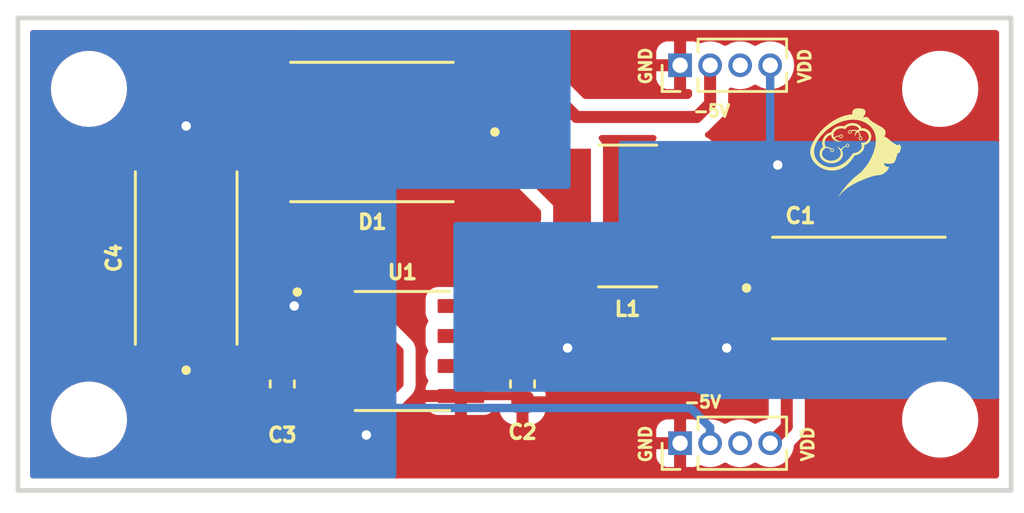
<source format=kicad_pcb>
(kicad_pcb (version 20211014) (generator pcbnew)
  (layers (0 "F.Cu" signal) (31 "B.Cu" signal) (34 "B.Paste" user) (35 "F.Paste" user) (36 "B.SilkS" user "B.Silkscreen") (37 "F.SilkS" user "F.Silkscreen") (38 "B.Mask" user) (39 "F.Mask" user) (44 "Edge.Cuts" user))
  (net 0 "")
  (net 1 "VDD")
  (net 2 "GND")
  (net 3 "/FB{slash}REF")
  (net 4 "-5V")
  (net 5 "/LX")
  (footprint "MountingHole:MountingHole_2.2mm_M2" (layer "F.Cu") (at 39 3)
    (fp_text reference "H4" hide)
    (fp_text value "MountingHole" hide)
    (pad "" np_thru_hole circle locked (at 0 0) (size 2.2 2.2) (drill 2.2) (layers *.Cu *.Mask))
  )
  (footprint "Capacitor_SMD:C_0603_1608Metric" (layer "F.Cu") (at 21.336 15.494 -90)
    (fp_text reference "C2" (at 2.032 0 180) (layer "F.SilkS") (effects (font (size 0.6 0.6))))
    (fp_text value "0.1uF" hide)
    (pad "1" smd roundrect locked (at -0.775 0 270) (size 0.9 0.95) (layers "F.Cu" "F.Paste" "F.Mask") (net 1 "VDD"))
    (pad "2" smd roundrect locked (at 0.775 0 270) (size 0.9 0.95) (layers "F.Cu" "F.Paste" "F.Mask") (net 2 "GND"))
  )
  (footprint "MountingHole:MountingHole_2.2mm_M2" (layer "F.Cu") (at 39 17)
    (fp_text reference "H2" hide)
    (fp_text value "MountingHole" hide)
    (pad "" np_thru_hole circle locked (at 0 0) (size 2.2 2.2) (drill 2.2) (layers *.Cu *.Mask))
  )
  (footprint "20TQC100MYF:CAP_20TQC100MYF" (layer "F.Cu") (at 35.56 11.43)
    (fp_text reference "C1" (at -2.468 -3.0564) (layer "F.SilkS") (effects (font (size 0.64 0.64))))
    (fp_text value "100uF" hide)
    (pad "1" smd rect locked (at -3.05 0) (size 2.4 2.9) (layers "F.Cu" "F.Paste" "F.Mask") (net 1 "VDD"))
    (pad "2" smd rect locked (at 3.05 0) (size 2.4 2.9) (layers "F.Cu" "F.Paste" "F.Mask") (net 2 "GND"))
  )
  (footprint "MAX764ESA_:SOIC127P600X175-8N" (layer "F.Cu") (at 16.256 14.097)
    (fp_text reference "U1" (at 0 -3.332) (layer "F.SilkS") (effects (font (size 0.6 0.6))))
    (fp_text value "MAX764ESA+" hide)
    (pad "1" smd roundrect locked (at -2.475 -1.905) (size 1.97 0.59) (layers "F.Cu" "F.Paste" "F.Mask") (roundrect_rratio 0.07) (net 4 "-5V"))
    (pad "2" smd roundrect locked (at -2.475 -0.635) (size 1.97 0.59) (layers "F.Cu" "F.Paste" "F.Mask") (roundrect_rratio 0.07) (net 3 "/FB{slash}REF"))
    (pad "3" smd roundrect locked (at -2.475 0.635) (size 1.97 0.59) (layers "F.Cu" "F.Paste" "F.Mask") (roundrect_rratio 0.07) (net 2 "GND"))
    (pad "4" smd roundrect locked (at -2.475 1.905) (size 1.97 0.59) (layers "F.Cu" "F.Paste" "F.Mask") (roundrect_rratio 0.07) (net 3 "/FB{slash}REF"))
    (pad "5" smd roundrect locked (at 2.475 1.905) (size 1.97 0.59) (layers "F.Cu" "F.Paste" "F.Mask") (roundrect_rratio 0.07) (net 2 "GND"))
    (pad "6" smd roundrect locked (at 2.475 0.635) (size 1.97 0.59) (layers "F.Cu" "F.Paste" "F.Mask") (roundrect_rratio 0.07) (net 1 "VDD"))
    (pad "7" smd roundrect locked (at 2.475 -0.635) (size 1.97 0.59) (layers "F.Cu" "F.Paste" "F.Mask") (roundrect_rratio 0.07) (net 1 "VDD"))
    (pad "8" smd roundrect locked (at 2.475 -1.905) (size 1.97 0.59) (layers "F.Cu" "F.Paste" "F.Mask") (roundrect_rratio 0.07) (net 5 "/LX"))
  )
  (footprint "NRS6028T470M:IND_NRS6028T470M" (layer "F.Cu") (at 25.781 8.382)
    (fp_text reference "L1" (at 0 3.937) (layer "F.SilkS") (effects (font (size 0.6 0.6))))
    (fp_text value "47uH" hide)
    (pad "1" smd rect locked (at -2.35 0) (size 1.6 5.7) (layers "F.Cu" "F.Paste" "F.Mask") (net 5 "/LX"))
    (pad "2" smd rect locked (at 2.35 0) (size 1.6 5.7) (layers "F.Cu" "F.Paste" "F.Mask") (net 2 "GND"))
  )
  (footprint "Connector_PinHeader_1.27mm:PinHeader_1x04_P1.27mm_Vertical" (layer "F.Cu") (at 28 2 90)
    (fp_text reference "J2" hide)
    (fp_text value "Conn_01x04_Female" hide)
    (pad "1" thru_hole rect locked (at 0 0 90) (size 1 1) (drill 0.65) (layers *.Cu *.Mask) (net 2 "GND"))
    (pad "2" thru_hole oval locked (at 0 1.27 90) (size 1 1) (drill 0.65) (layers *.Cu *.Mask) (net 4 "-5V"))
    (pad "3" thru_hole oval locked (at 0 2.54 90) (size 1 1) (drill 0.65) (layers *.Cu *.Mask))
    (pad "4" thru_hole oval locked (at 0 3.81 90) (size 1 1) (drill 0.65) (layers *.Cu *.Mask) (net 1 "VDD"))
  )
  (footprint "LOGO" (layer "F.Cu") (at 35.433 5.715)
    (fp_text reference "G***" hide)
    (fp_text value "LOGO" hide)
  )
  (footprint "MountingHole:MountingHole_2.2mm_M2" (layer "F.Cu") (at 3 3)
    (fp_text reference "H3" hide)
    (fp_text value "MountingHole" hide)
    (pad "" np_thru_hole circle locked (at 0 0) (size 2.2 2.2) (drill 2.2) (layers *.Cu *.Mask))
  )
  (footprint "MountingHole:MountingHole_2.2mm_M2" (layer "F.Cu") (at 3 17)
    (fp_text reference "H1" hide)
    (fp_text value "MountingHole" hide)
    (pad "" np_thru_hole circle locked (at 0 0) (size 2.2 2.2) (drill 2.2) (layers *.Cu *.Mask))
  )
  (footprint "20TQC100MYF:CAP_20TQC100MYF" (layer "F.Cu") (at 7.112 10.16 90)
    (fp_text reference "C4" (at 0 -3.0564 90) (layer "F.SilkS") (effects (font (size 0.6 0.6))))
    (fp_text value "68uF" hide)
    (pad "1" smd rect locked (at -3.05 0 90) (size 2.4 2.9) (layers "F.Cu" "F.Paste" "F.Mask") (net 2 "GND"))
    (pad "2" smd rect locked (at 3.05 0 90) (size 2.4 2.9) (layers "F.Cu" "F.Paste" "F.Mask") (net 4 "-5V"))
  )
  (footprint "Connector_PinHeader_1.27mm:PinHeader_1x04_P1.27mm_Vertical" (layer "F.Cu") (at 28 18 90)
    (fp_text reference "J1" hide)
    (fp_text value "Conn_01x04_Female" hide)
    (pad "1" thru_hole rect locked (at 0 0 90) (size 1 1) (drill 0.65) (layers *.Cu *.Mask) (net 2 "GND"))
    (pad "2" thru_hole oval locked (at 0 1.27 90) (size 1 1) (drill 0.65) (layers *.Cu *.Mask) (net 4 "-5V"))
    (pad "3" thru_hole oval locked (at 0 2.54 90) (size 1 1) (drill 0.65) (layers *.Cu *.Mask))
    (pad "4" thru_hole oval locked (at 0 3.81 90) (size 1 1) (drill 0.65) (layers *.Cu *.Mask) (net 1 "VDD"))
  )
  (footprint "MBRS330T3G:DIOM7959X261N" (layer "F.Cu") (at 14.9675 4.826 180)
    (fp_text reference "D1" (at -0.0185 -3.81 180) (layer "F.SilkS") (effects (font (size 0.6 0.6))))
    (fp_text value "MBRS330T3G" hide)
    (pad "A" smd rect (at 3.455 0 180) (size 2.25 3.12) (layers "F.Cu" "F.Paste" "F.Mask") (net 4 "-5V"))
    (pad "C" smd rect (at -3.455 0 180) (size 2.25 3.12) (layers "F.Cu" "F.Paste" "F.Mask") (net 5 "/LX"))
  )
  (footprint "Capacitor_SMD:C_0603_1608Metric" (layer "F.Cu") (at 11.176 15.494 90)
    (fp_text reference "C3" (at -2.159 0 180) (layer "F.SilkS") (effects (font (size 0.6 0.6))))
    (fp_text value "0.1uF" hide)
    (pad "1" smd roundrect locked (at -0.775 0 90) (size 0.9 0.95) (layers "F.Cu" "F.Paste" "F.Mask") (net 3 "/FB{slash}REF"))
    (pad "2" smd roundrect locked (at 0.775 0 90) (size 0.9 0.95) (layers "F.Cu" "F.Paste" "F.Mask") (net 2 "GND"))
  )
  (gr_rect (start 0 0) (end 42 20) (layer "Edge.Cuts") (width 0.2) (fill none))
  (gr_text "GND" (at 26.543 2.032 90) (layer "F.SilkS") (effects (font (size 0.5 0.5) (thickness 0.125))))
  (gr_text "VDD\n" (at 33.274 2.032 90) (layer "F.SilkS") (effects (font (size 0.5 0.5) (thickness 0.125))))
  (gr_text "-5V" (at 28.956 16.256) (layer "F.SilkS") (effects (font (size 0.5 0.5) (thickness 0.125))))
  (gr_text "-5V" (at 29.337 3.937) (layer "F.SilkS") (effects (font (size 0.5 0.5) (thickness 0.125))))
  (gr_text "VDD\n" (at 33.401 18.034 90) (layer "F.SilkS") (effects (font (size 0.5 0.5) (thickness 0.125))))
  (gr_text "GND" (at 26.543 18.034 90) (layer "F.SilkS") (effects (font (size 0.5 0.5) (thickness 0.125))))
  (segment (start 32.512 11.432) (end 32.512 17.298) (width 0.508) (layer "F.Cu") (net 1))
  (segment (start 29.972 13.97) (end 29.972 13.968) (width 0.508) (layer "F.Cu") (net 1))
  (segment (start 21.336 14.719) (end 22.492 14.719) (width 0.3556) (layer "F.Cu") (net 1))
  (segment (start 18.731 14.732) (end 18.731 13.462) (width 0.508) (layer "F.Cu") (net 1))
  (segment (start 22.733 14.478) (end 23.241 13.97) (width 0.3556) (layer "F.Cu") (net 1))
  (segment (start 18.731 14.732) (end 21.323 14.732) (width 0.508) (layer "F.Cu") (net 1))
  (segment (start 32.512 17.298) (end 31.81 18) (width 0.508) (layer "F.Cu") (net 1))
  (segment (start 32.51 11.43) (end 32.512 11.432) (width 0.508) (layer "F.Cu") (net 1))
  (segment (start 29.972 13.968) (end 32.51 11.43) (width 0.3556) (layer "F.Cu") (net 1))
  (segment (start 22.492 14.719) (end 22.733 14.478) (width 0.3556) (layer "F.Cu") (net 1))
  (via blind (at 32.131 6.223) (size 0.8) (drill 0.4) (layers "F.Cu" "B.Cu") (net 1))
  (via blind (at 23.241 13.97) (size 0.8) (drill 0.4) (layers "F.Cu" "B.Cu") (net 1))
  (via blind (at 29.972 13.97) (size 0.8) (drill 0.4) (layers "F.Cu" "B.Cu") (net 1))
  (segment (start 31.81 5.902) (end 32.131 6.223) (width 0.3556) (layer "B.Cu") (net 1))
  (segment (start 31.81 2) (end 31.81 5.902) (width 0.3556) (layer "B.Cu") (net 1))
  (segment (start 21.069 16.002) (end 21.336 16.269) (width 0.3556) (layer "F.Cu") (net 2))
  (segment (start 9.667 13.21) (end 11.176 14.719) (width 0.508) (layer "F.Cu") (net 2))
  (segment (start 7.112 13.21) (end 9.667 13.21) (width 0.508) (layer "F.Cu") (net 2))
  (segment (start 11.189 14.732) (end 11.176 14.719) (width 0.3556) (layer "F.Cu") (net 2))
  (segment (start 18.731 16.002) (end 21.069 16.002) (width 0.3556) (layer "F.Cu") (net 2))
  (segment (start 35.562 8.382) (end 38.61 11.43) (width 0.508) (layer "F.Cu") (net 2))
  (segment (start 28.131 8.382) (end 35.562 8.382) (width 0.508) (layer "F.Cu") (net 2))
  (segment (start 13.781 14.732) (end 11.189 14.732) (width 0.3556) (layer "F.Cu") (net 2))
  (segment (start 15.494 13.462) (end 16.129 14.097) (width 0.3556) (layer "F.Cu") (net 3))
  (segment (start 11.176 16.269) (end 13.514 16.269) (width 0.3556) (layer "F.Cu") (net 3))
  (segment (start 16.129 14.097) (end 16.129 15.494) (width 0.3556) (layer "F.Cu") (net 3))
  (segment (start 15.621 16.002) (end 13.781 16.002) (width 0.3556) (layer "F.Cu") (net 3))
  (segment (start 13.514 16.269) (end 13.781 16.002) (width 0.3556) (layer "F.Cu") (net 3))
  (segment (start 16.129 15.494) (end 15.621 16.002) (width 0.3556) (layer "F.Cu") (net 3))
  (segment (start 13.781 13.462) (end 15.494 13.462) (width 0.3556) (layer "F.Cu") (net 3))
  (segment (start 11.5125 2.2035) (end 11.5125 4.826) (width 0.508) (layer "F.Cu") (net 4))
  (segment (start 29.27 3.623) (end 28.702 4.191) (width 0.508) (layer "F.Cu") (net 4))
  (segment (start 13.781 12.192) (end 11.5125 9.9235) (width 0.508) (layer "F.Cu") (net 4))
  (segment (start 7.112 7.11) (end 7.112 4.572) (width 0.3556) (layer "F.Cu") (net 4))
  (segment (start 12.7 1.016) (end 11.5125 2.2035) (width 0.508) (layer "F.Cu") (net 4))
  (segment (start 29.27 2) (end 29.27 3.623) (width 0.508) (layer "F.Cu") (net 4))
  (segment (start 11.5125 9.9235) (end 11.5125 4.826) (width 0.508) (layer "F.Cu") (net 4))
  (segment (start 28.702 4.191) (end 23.622 4.191) (width 0.508) (layer "F.Cu") (net 4))
  (segment (start 11.684 12.192) (end 13.781 12.192) (width 0.3556) (layer "F.Cu") (net 4))
  (segment (start 7.112 7.11) (end 9.396 4.826) (width 0.508) (layer "F.Cu") (net 4))
  (segment (start 23.622 4.191) (end 20.447 1.016) (width 0.508) (layer "F.Cu") (net 4))
  (segment (start 9.396 4.826) (end 11.5125 4.826) (width 0.508) (layer "F.Cu") (net 4))
  (segment (start 20.447 1.016) (end 12.7 1.016) (width 0.508) (layer "F.Cu") (net 4))
  (via blind (at 7.112 4.572) (size 0.8) (drill 0.4) (layers "F.Cu" "B.Cu") (net 4))
  (via blind (at 11.684 12.192) (size 0.8) (drill 0.4) (layers "F.Cu" "B.Cu") (net 4))
  (via blind (at 14.732 17.653) (size 0.8) (drill 0.4) (layers "F.Cu" "B.Cu") (net 4))
  (segment (start 28.448 16.51) (end 15.875 16.51) (width 0.3556) (layer "B.Cu") (net 4))
  (segment (start 15.875 16.51) (end 14.732 17.653) (width 0.3556) (layer "B.Cu") (net 4))
  (segment (start 29.27 17.332) (end 29.27 18) (width 0.3556) (layer "B.Cu") (net 4))
  (segment (start 28.448 16.51) (end 29.27 17.332) (width 0.3556) (layer "B.Cu") (net 4))
  (segment (start 19.875 4.826) (end 23.431 8.382) (width 0.508) (layer "F.Cu") (net 5))
  (segment (start 19.621 12.192) (end 23.431 8.382) (width 0.508) (layer "F.Cu") (net 5))
  (segment (start 18.731 12.192) (end 19.621 12.192) (width 0.508) (layer "F.Cu") (net 5))
  (segment (start 18.4225 4.826) (end 19.875 4.826) (width 0.508) (layer "F.Cu") (net 5))
  (zone (net 2) (net_name "GND") (layer "F.Cu") (connect_pads (clearance 0.508)) (min_thickness 0.254) (fill yes (thermal_gap 0.508) (thermal_bridge_width 0.508))
    (polygon (pts (xy 42.037 20.066) (xy 0 19.939) (xy 0 0) (xy 42.037 -0.127)))
  )
  (zone (net 4) (net_name "-5V") (layer "B.Cu") (connect_pads (clearance 0.508)) (min_thickness 0.254) (fill yes (thermal_gap 0.508) (thermal_bridge_width 0.508))
    (polygon (pts (xy 23.368 7.239) (xy 16.002 7.239) (xy 16.002 20.955) (xy -0.762 20.955) (xy -0.762 -0.762) (xy 23.368 -0.762)))
  )
  (zone (net 1) (net_name "VDD") (layer "B.Cu") (connect_pads (clearance 0.508)) (min_thickness 0.254) (fill yes (thermal_gap 0.508) (thermal_bridge_width 0.508))
    (polygon (pts (xy 42.545 16.129) (xy 18.415 16.129) (xy 18.415 8.636) (xy 25.4 8.636) (xy 25.4 5.207) (xy 42.545 5.207)))
  )
)
</source>
